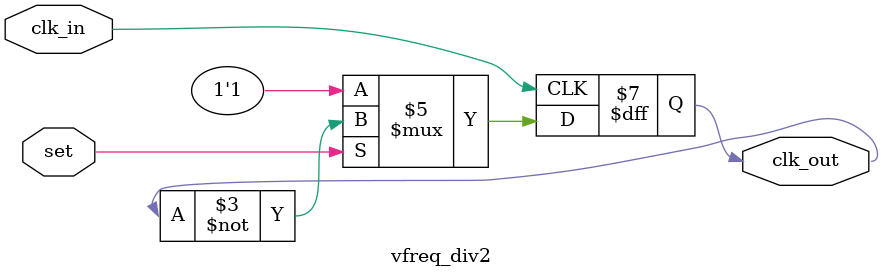
<source format=v>

`timescale 1 ns / 100 ps

module vfreq_div2 (
	output reg clk_out,
	input clk_in,    // Clock
	input set
	
);

always @(posedge clk_in)
begin
	if (!set) clk_out <= 1;
	else clk_out <= ~clk_out;
end

endmodule
</source>
